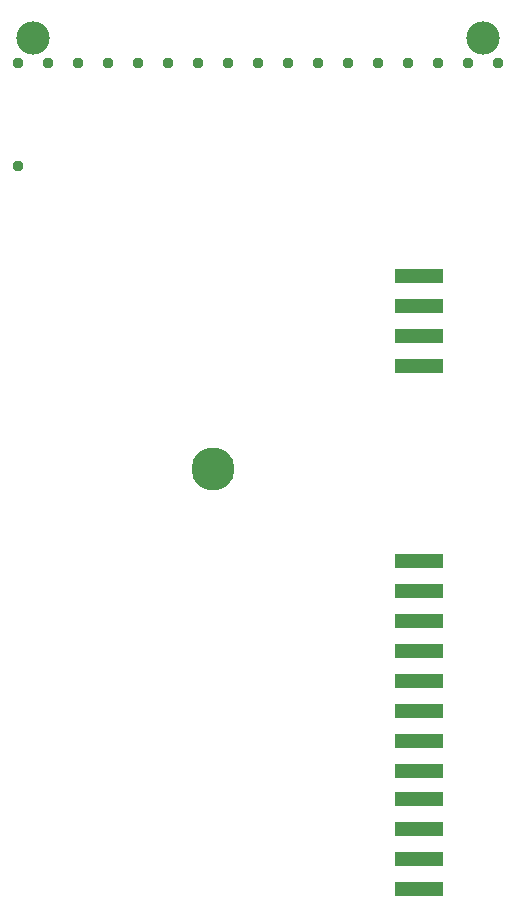
<source format=gbr>
G04 DesignSpark PCB Gerber Version 10.0 Build 5299*
%FSLAX35Y35*%
%MOIN*%
%ADD113C,0.03750*%
%ADD116C,0.11112*%
%ADD125C,0.14380*%
%ADD124R,0.16348X0.04537*%
X0Y0D02*
D02*
D113*
X63100Y280571D03*
Y314935D03*
X73100D03*
X83100D03*
X93100D03*
X103100D03*
X113100D03*
X123100D03*
X133100D03*
X143100D03*
X153100D03*
X163100D03*
X173100D03*
X183100D03*
X193100D03*
X203100D03*
X213100D03*
X223100D03*
D02*
D116*
X68100Y323100D03*
X218100D03*
D02*
D124*
X196820Y243707D03*
X196850Y39350D03*
Y49350D03*
Y59350D03*
Y69350D03*
Y78741D03*
Y88741D03*
Y98741D03*
Y108741D03*
Y118741D03*
Y128741D03*
Y138741D03*
Y148741D03*
Y213741D03*
Y223741D03*
Y233741D03*
D02*
D125*
X128092Y179353D03*
X0Y0D02*
M02*

</source>
